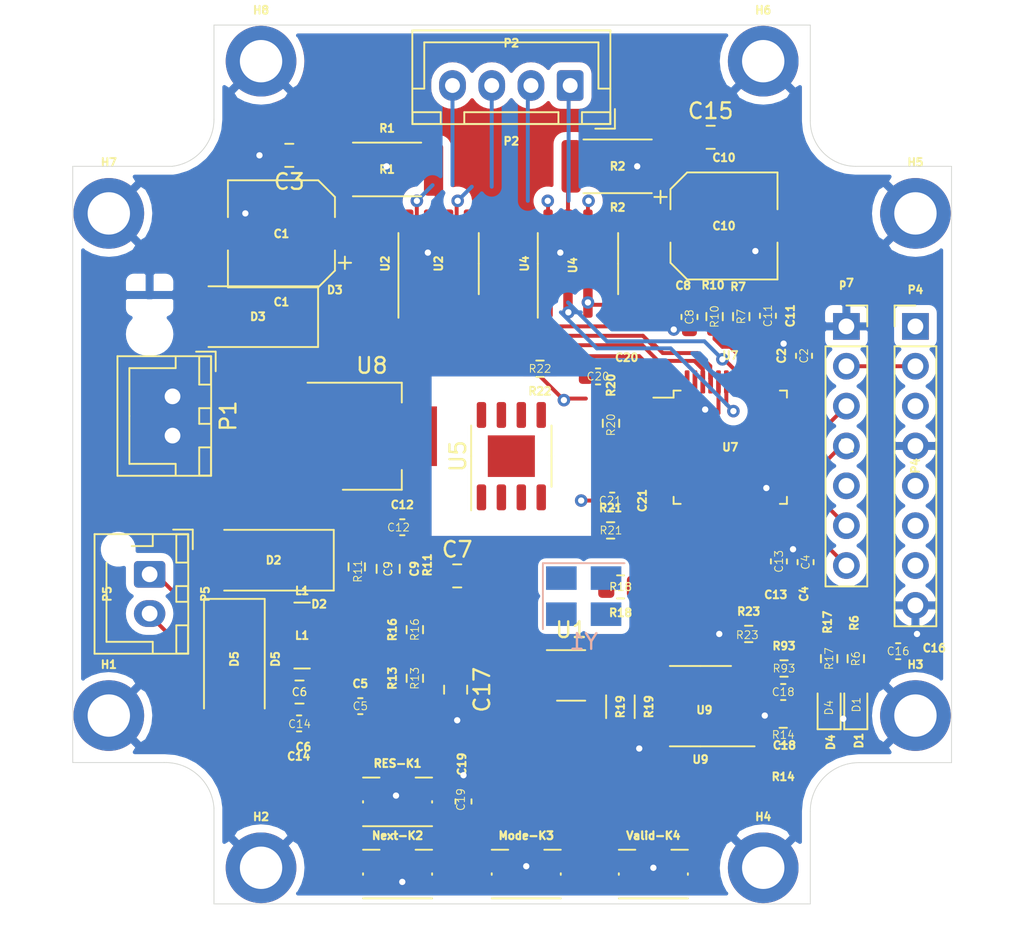
<source format=kicad_pcb>
(kicad_pcb (version 20211014) (generator pcbnew)
  (layers (0 "F.Cu" signal) (31 "B.Cu" signal) (34 "B.Paste" user) (35 "F.Paste" user) (36 "B.SilkS" user "B.Silkscreen") (37 "F.SilkS" user "F.Silkscreen") (38 "B.Mask" user) (39 "F.Mask" user) (44 "Edge.Cuts" user))
  (net 0 "")
  (net 1 "VSS")
  (net 2 "Net-(C1-Pad1)")
  (net 3 "VDD")
  (net 4 "+5V")
  (net 5 "Net-(C5-Pad1)")
  (net 6 "Net-(C14-Pad2)")
  (net 7 "Net-(C7-Pad1)")
  (net 8 "motordriverU4#PWM")
  (net 9 "Net-(C12-Pad2)")
  (net 10 "Net-(C12-Pad1)")
  (net 11 "motordriverU2#PWM")
  (net 12 "CAN_EN")
  (net 13 "5V")
  (net 14 "Net-(C19-Pad1)")
  (net 15 "Net-(C20-Pad1)")
  (net 16 "Net-(C21-Pad1)")
  (net 17 "power")
  (net 18 "VMOT")
  (net 19 "Net-(D5-Pad1)")
  (net 20 "Net-(L1-Pad2)")
  (net 21 "Net-(Mode-K3-Pad2)")
  (net 22 "Net-(Next-K2-Pad1)")
  (net 23 "Net-(P2-Pad4)")
  (net 24 "Net-(P2-Pad3)")
  (net 25 "Net-(P2-Pad2)")
  (net 26 "Net-(P2-Pad1)")
  (net 27 "TX1")
  (net 28 "RX1")
  (net 29 "SWDIO")
  (net 30 "SWCLK")
  (net 31 "Net-(P5-Pad2)")
  (net 32 "Net-(P5-Pad1)")
  (net 33 "OLED_CS")
  (net 34 "OLED_DC")
  (net 35 "OLED_RST")
  (net 36 "OLED_D1")
  (net 37 "OLED_D0")
  (net 38 "Net-(R1-Pad2)")
  (net 39 "Net-(R2-Pad2)")
  (net 40 "Net-(R7-Pad2)")
  (net 41 "Net-(R10-Pad1)")
  (net 42 "Net-(R11-Pad1)")
  (net 43 "Net-(R13-Pad2)")
  (net 44 "CAN_TX")
  (net 45 "Net-(R17-Pad2)")
  (net 46 "Net-(R18-Pad2)")
  (net 47 "TLE_D")
  (net 48 "Net-(R22-Pad1)")
  (net 49 "CAN_RX")
  (net 50 "Net-(R93-Pad1)")
  (net 51 "motordriverU2#3")
  (net 52 "motordriverU2#2")
  (net 53 "motordriverU4#3")
  (net 54 "motordriverU4#2")
  (net 55 "Net-(U7-Pad19)")
  (net 56 "TLE_sck")
  (net 57 "TLE_CSQ")
  (net 58 "VSSA")
  (net 59 "Net-(U7-Pad4)")
  (net 60 "Net-(U7-Pad3)")
  (net 61 "Net-(U9-Pad5)")
  (net 62 "Net-(U5-Pad8)")
  (net 63 "Net-(U5-Pad5)")
  (net 64 "Net-(U5-Pad1)")
  (net 65 "Net-(U7-Pad12)")
  (net 66 "Net-(U7-Pad11)")
  (net 67 "Net-(U7-Pad10)")
  (net 68 "Net-(U7-Pad39)")
  (net 69 "Net-(U7-Pad38)")
  (net 70 "Net-(U7-Pad22)")
  (net 71 "Net-(U7-Pad21)")
  (net 72 "Net-(D4-Pad2)")
  (footprint "Capacitor_SMD:CP_Elec_6.3x7.7" (layer "F.Cu") (at 93.3 63.3 180)
    (fp_text reference "C1")
    (fp_text value "100 35V VT")
  )
  (footprint "Capacitor_SMD:C_0603_1608Metric" (layer "F.Cu") (at 126.6 71.075 90)
    (fp_text reference "C2")
    (fp_text value "C")
  )
  (footprint "Capacitor_SMD:C_0805_2012Metric" (layer "F.Cu") (at 93.8 58.3 180)
    (fp_text reference "C3")
    (fp_text value "0.22uF")
  )
  (footprint "Capacitor_SMD:C_0603_1608Metric" (layer "F.Cu") (at 126.7 84.225 90)
    (fp_text reference "C4")
    (fp_text value "C")
  )
  (footprint "Capacitor_SMD:C_0603_1608Metric" (layer "F.Cu") (at 98.325 93.4)
    (fp_text reference "C5")
    (fp_text value "C")
  )
  (footprint "Capacitor_SMD:C_0805_2012Metric" (layer "F.Cu") (at 94.45 92.5 180)
    (fp_text reference "C6")
    (fp_text value "C")
  )
  (footprint "Capacitor_SMD:C_0805_2012Metric" (layer "F.Cu") (at 104.5 85.1)
    (fp_text reference "C7")
    (fp_text value "C")
  )
  (footprint "Capacitor_SMD:C_0805_2012Metric" (layer "F.Cu") (at 100.1 84.65 -90)
    (fp_text reference "C9")
    (fp_text value "C")
  )
  (footprint "Capacitor_SMD:CP_Elec_6.3x7.7" (layer "F.Cu") (at 121.5 62.8)
    (fp_text reference "C10")
    (fp_text value "100 35V VT")
  )
  (footprint "Capacitor_SMD:C_0603_1608Metric" (layer "F.Cu") (at 124.3 68.525 -90)
    (fp_text reference "C11")
    (fp_text value "C")
  )
  (footprint "Capacitor_SMD:C_0603_1608Metric" (layer "F.Cu") (at 101 82)
    (fp_text reference "C12")
    (fp_text value "C")
  )
  (footprint "Capacitor_SMD:C_0603_1608Metric" (layer "F.Cu") (at 125 84.175 90)
    (fp_text reference "C13")
    (fp_text value "C")
  )
  (footprint "Capacitor_SMD:C_0603_1608Metric" (layer "F.Cu") (at 94.425 94.5 180)
    (fp_text reference "C14")
    (fp_text value "C")
  )
  (footprint "Capacitor_SMD:C_0603_1608Metric" (layer "F.Cu") (at 132.6 89.9)
    (fp_text reference "C16")
    (fp_text value "C")
  )
  (footprint "Capacitor_SMD:C_0805_2012Metric" (layer "F.Cu") (at 104.4 92.35 -90)
    (fp_text reference "C17")
    (fp_text value "C")
  )
  (footprint "Capacitor_SMD:C_0603_1608Metric" (layer "F.Cu") (at 125.275 92.5)
    (fp_text reference "C18")
    (fp_text value "C")
  )
  (footprint "Capacitor_SMD:C_0603_1608Metric" (layer "F.Cu") (at 104.9 99.475 90)
    (fp_text reference "C19")
    (fp_text value "100nF")
  )
  (footprint "Capacitor_SMD:C_0603_1608Metric" (layer "F.Cu") (at 113.475 72.39 180)
    (fp_text reference "C20")
    (fp_text value "C")
  )
  (footprint "Capacitor_SMD:C_0603_1608Metric" (layer "F.Cu") (at 114.375 80.3 180)
    (fp_text reference "C21")
    (fp_text value "C")
  )
  (footprint "LED_SMD:LED_0603_1608Metric" (layer "F.Cu") (at 129.9 93.3875 90)
    (fp_text reference "D1")
    (fp_text value "LED")
  )
  (footprint "Diode_SMD:D_2512_6332Metric" (layer "F.Cu") (at 92.8 84.1 180)
    (fp_text reference "D2")
    (fp_text value "D")
  )
  (footprint "Diode_SMD:D_2512_6332Metric" (layer "F.Cu") (at 91.8 68.58 180)
    (fp_text reference "D3")
    (fp_text value "D")
  )
  (footprint "LED_SMD:LED_0603_1608Metric" (layer "F.Cu") (at 128.2 93.3875 90)
    (fp_text reference "D4")
    (fp_text value "LED")
  )
  (footprint "Diode_SMD:D_2512_6332Metric" (layer "F.Cu") (at 90.3 90.4 -90)
    (fp_text reference "D5")
    (fp_text value "D")
  )
  (footprint "Inductor_SMD:L_Wuerth_MAPI-4030" (layer "F.Cu") (at 94.615 88.9)
    (fp_text reference "L1")
    (fp_text value "22uH")
  )
  (footprint "Button_Switch_SMD:SW_Push_1P1T-SH_NO_CK_KMR2xxG" (layer "F.Cu") (at 108.9 104.1)
    (fp_text reference "Mode-K3")
    (fp_text value "SW_Push")
  )
  (footprint "Button_Switch_SMD:SW_Push_1P1T-SH_NO_CK_KMR2xxG" (layer "F.Cu") (at 100.7 104.1)
    (fp_text reference "Next-K2")
    (fp_text value "SW_Push")
  )
  (footprint "Connector_JST:JST_XH_B2B-XH-A_1x02_P2.50mm_Vertical" (layer "F.Cu") (at 86.36 73.66 -90)
    (fp_text reference "P1")
    (fp_text value "Conn_01x06")
  )
  (footprint "Connector_PinSocket_2.54mm:PinSocket_1x07_P2.54mm_Vertical" (layer "F.Cu") (at 129.3 69.2)
    (fp_text reference "p7")
    (fp_text value "Conn_01x08")
  )
  (footprint "Resistor_SMD:R_2512_6332Metric" (layer "F.Cu") (at 100.03 59.2)
    (fp_text reference "R1")
    (fp_text value "0.1R")
  )
  (footprint "Resistor_SMD:R_0603_1608Metric" (layer "F.Cu") (at 129.9 90.375 90)
    (fp_text reference "R6")
    (fp_text value "?R")
  )
  (footprint "Resistor_SMD:R_0603_1608Metric" (layer "F.Cu") (at 122.6 68.575 -90)
    (fp_text reference "R7")
    (fp_text value "?R")
  )
  (footprint "Resistor_SMD:R_0603_1608Metric" (layer "F.Cu") (at 120.9 68.575 90)
    (fp_text reference "R10")
    (fp_text value "?R")
  )
  (footprint "Resistor_SMD:R_0603_1608Metric" (layer "F.Cu") (at 98.1 84.525 90)
    (fp_text reference "R11")
    (fp_text value "?R")
  )
  (footprint "Resistor_SMD:R_0603_1608Metric" (layer "F.Cu") (at 101.8 91.625 90)
    (fp_text reference "R13")
    (fp_text value "?R")
  )
  (footprint "Resistor_SMD:R_0603_1608Metric" (layer "F.Cu") (at 125.275 95.3 180)
    (fp_text reference "R14")
    (fp_text value "?R")
  )
  (footprint "Resistor_SMD:R_0603_1608Metric" (layer "F.Cu") (at 101.8 88.525 90)
    (fp_text reference "R16")
    (fp_text value "?R")
  )
  (footprint "Resistor_SMD:R_0603_1608Metric" (layer "F.Cu") (at 128.2 90.375 90)
    (fp_text reference "R17")
    (fp_text value "?R")
  )
  (footprint "Resistor_SMD:R_0805_2012Metric" (layer "F.Cu") (at 114.9125 85.8 180)
    (fp_text reference "R18")
    (fp_text value "?R")
  )
  (footprint "Resistor_SMD:R_1206_3216Metric" (layer "F.Cu") (at 114.9 93.4375 -90)
    (fp_text reference "R19")
    (fp_text value "?R")
  )
  (footprint "Resistor_SMD:R_0603_1608Metric" (layer "F.Cu") (at 114.3 75.375 90)
    (fp_text reference "R20")
    (fp_text value "1kR")
  )
  (footprint "Resistor_SMD:R_0603_1608Metric" (layer "F.Cu") (at 114.275 82.2)
    (fp_text reference "R21")
    (fp_text value "?R")
  )
  (footprint "Resistor_SMD:R_0603_1608Metric" (layer "F.Cu") (at 109.775 71.9 180)
    (fp_text reference "R22")
    (fp_text value "10k")
  )
  (footprint "Resistor_SMD:R_0603_1608Metric" (layer "F.Cu") (at 123.075 88.8)
    (fp_text reference "R23")
    (fp_text value "?R")
  )
  (footprint "Resistor_SMD:R_0603_1608Metric" (layer "F.Cu") (at 125.325 91)
    (fp_text reference "R93")
    (fp_text value "1kR")
  )
  (footprint "Package_SO:SOIC-8-1EP_3.9x4.9mm_P1.27mm_EP2.41x3.3mm" (layer "F.Cu") (at 112.195 65.2 90)
    (fp_text reference "U4")
    (fp_text value "A4950E")
  )
  (footprint "Package_QFP:LQFP-48_7x7mm_P0.5mm" (layer "F.Cu") (at 121.9 76.9)
    (fp_text reference "U7")
    (fp_text value "STM32F103CBTx")
  )
  (footprint "Package_SO:SO-8_3.9x4.9mm_P1.27mm" (layer "F.Cu") (at 120 93.4 180)
    (fp_text reference "U9")
    (fp_text value "PCA82C251")
  )
  (footprint "Button_Switch_SMD:SW_Push_1P1T-SH_NO_CK_KMR2xxG" (layer "F.Cu") (at 117 104.1)
    (fp_text reference "Valid-K4")
    (fp_text value "SW_Push")
  )
  (footprint "MountingHole:MountingHole_2.7mm_M2.5_ISO14580_Pad_TopBottom" (layer "F.Cu") (at 82.3 94)
    (fp_text reference "H1")
    (fp_text value "MountingHole_Pad")
  )
  (footprint "MountingHole:MountingHole_2.7mm_M2.5_ISO14580_Pad_TopBottom" (layer "F.Cu") (at 92 103.7)
    (fp_text reference "H2")
    (fp_text value "MountingHole_Pad")
  )
  (footprint "MountingHole:MountingHole_2.7mm_M2.5_ISO14580_Pad_TopBottom" (layer "F.Cu") (at 133.7 94)
    (fp_text reference "H3")
    (fp_text value "MountingHole_Pad")
  )
  (footprint "MountingHole:MountingHole_2.7mm_M2.5_ISO14580_Pad_TopBottom" (layer "F.Cu") (at 124 103.7)
    (fp_text reference "H4")
    (fp_text value "MountingHole_Pad")
  )
  (footprint "MountingHole:MountingHole_2.7mm_M2.5_ISO14580_Pad_TopBottom" (layer "F.Cu") (at 133.7 62)
    (fp_text reference "H5")
    (fp_text value "MountingHole_Pad")
  )
  (footprint "MountingHole:MountingHole_2.7mm_M2.5_ISO14580_Pad_TopBottom" (layer "F.Cu") (at 124 52.3)
    (fp_text reference "H6")
    (fp_text value "MountingHole_Pad")
  )
  (footprint "MountingHole:MountingHole_2.7mm_M2.5_ISO14580_Pad_TopBottom" (layer "F.Cu") (at 82.3 62)
    (fp_text reference "H7")
    (fp_text value "MountingHole_Pad")
  )
  (footprint "MountingHole:MountingHole_2.7mm_M2.5_ISO14580_Pad_TopBottom" (layer "F.Cu") (at 92 52.3)
    (fp_text reference "H8")
    (fp_text value "MountingHole_Pad")
  )
  (footprint "Connector_PinHeader_2.54mm:PinHeader_1x08_P2.54mm_Vertical" (layer "F.Cu") (at 133.7 69.2)
    (fp_text reference "P4")
    (fp_text value "Conn_01x08")
  )
  (footprint "Connector_JST:JST_XH_B4B-XH-A_1x04_P2.50mm_Vertical" (layer "F.Cu") (at 111.7 53.85 180)
    (fp_text reference "P2")
    (fp_text value "Conn_01x04")
  )
  (footprint "Connector_JST:JST_XH_B2B-XH-AM_1x02_P2.50mm_Vertical" (layer "F.Cu") (at 84.9 85 -90)
    (fp_text reference "P5")
    (fp_text value "Conn_01x02")
  )
  (footprint "Button_Switch_SMD:SW_Push_1P1T-SH_NO_CK_KMR2xxG" (layer "F.Cu") (at 100.7 99.5)
    (fp_text reference "RES-K1")
    (fp_text value "SW_Push")
  )
  (footprint "Capacitor_SMD:C_0603_1608Metric" (layer "F.Cu") (at 119.3 68.6 -90)
    (fp_text reference "C8")
    (fp_text value "C")
  )
  (footprint "Package_SO:Infineon_PG-DSO-8-27_3.9x4.9mm_EP2.65x3mm" (layer "F.Cu") (at 107.95 77.47 90)
    (fp_text reference "U5")
    (fp_text value "TLE5012B")
  )
  (footprint "Package_TO_SOT_SMD:SOT-23-6" (layer "F.Cu") (at 111.76 91.44)
    (fp_text reference "U1")
    (fp_text value "AOZ1282CI")
  )
  (footprint "Package_TO_SOT_SMD:SOT-223" (layer "F.Cu") (at 99.06 76.2)
    (fp_text reference "U8")
    (fp_text value "LD1117S33CTR")
  )
  (footprint "Capacitor_SMD:C_0805_2012Metric" (layer "F.Cu") (at 120.65 57.15)
    (fp_text reference "C15")
    (fp_text value "0.22uF")
  )
  (footprint "Package_SO:SOIC-8-1EP_3.9x4.9mm_P1.27mm_EP2.41x3.3mm" (layer "F.Cu") (at 103.315 65.2 90)
    (fp_text reference "U2")
    (fp_text value "A4950E")
  )
  (footprint "Resistor_SMD:R_2512_6332Metric" (layer "F.Cu") (at 114.7225 59 180)
    (fp_text reference "R2")
    (fp_text value "0.1R")
  )
  (footprint "Crystal:Crystal_SMD_EuroQuartz_MT-4Pin_3.2x2.5mm_HandSoldering" (layer "B.Cu") (at 112.56 86.39)
    (fp_text reference "Y1")
    (fp_text value "Crystal")
  )
  (gr_line (start 136 59) (end 136 97) (layer "Edge.Cuts") (width 0.05))
  (gr_line (start 80.000094 96.994132) (end 80 59) (layer "Edge.Cuts") (width 0.05))
  (gr_line (start 136 97) (end 130.1 97) (layer "Edge.Cuts") (width 0.05))
  (gr_line (start 80 59) (end 86.338478 59) (layer "Edge.Cuts") (width 0.05))
  (gr_line (start 89 50) (end 127 50) (layer "Edge.Cuts") (width 0.05))
  (gr_line (start 127 100.1) (end 127 106) (layer "Edge.Cuts") (width 0.05))
  (gr_arc (start 89 56) (mid 88.238715 58.005225) (end 86.338478 59) (layer "Edge.Cuts") (width 0.05))
  (gr_arc (start 85.840132 96.994132) (mid 88.002764 97.813434) (end 89 99.9) (layer "Edge.Cuts") (width 0.05))
  (gr_arc (start 127 100.1) (mid 127.907969 97.907969) (end 130.1 97) (layer "Edge.Cuts") (width 0.05))
  (gr_line (start 127 106) (end 89 106) (layer "Edge.Cuts") (width 0.05))
  (gr_line (start 85.840132 96.994132) (end 80.000094 96.994132) (layer "Edge.Cuts") (width 0.05))
  (gr_line (start 89 106) (end 89 99.9) (layer "Edge.Cuts") (width 0.05))
  (gr_line (start 129.9 59) (end 136 59) (layer "Edge.Cuts") (width 0.05))
  (gr_line (start 127 50) (end 127 56.1) (layer "Edge.Cuts") (width 0.05))
  (gr_arc (start 129.9 59) (mid 127.84939 58.15061) (end 127 56.1) (layer "Edge.Cuts") (width 0.05))
  (gr_line (start 89 56) (end 89 50) (layer "Edge.Cuts") (width 0.05))
  (segment (start 101.925 67.675) (end 101.925 67.105) (width 0.25) (layer "F.Cu") (net 1))
  (segment (start 103.83 65.2) (end 103.33 65.2) (width 0.25) (layer "F.Cu") (net 1))
  (segment (start 101.925 67.105) (end 103.83 65.2) (width 0.25) (layer "F.Cu") (net 1))
  (segment (start 103.33 65.2) (end 102.63 64.5) (width 0.25) (layer "F.Cu") (net 1))
  (segment (start 119.65 72.7375) (end 119.65 73.85) (width 0.25) (layer "F.Cu") (net 1))
  (segment (start 101.6 99) (end 101.9 98.7) (width 0.25) (layer "F.Cu") (net 1))
  (segment (start 99.7 104.6) (end 101 104.6) (width 0.25) (layer "F.Cu") (net 1))
  (segment (start 114.95 103.3) (end 115.8 103.3) (width 0.25) (layer "F.Cu") (net 1))
  (segment (start 129.9 94.175) (end 129.125 94.175) (width 0.25) (layer "F.Cu") (net 1))
  (segment (start 109.3 71.9) (end 111.3 73.9) (width 0.25) (layer "F.Cu") (net 1))
  (segment (start 117.9 103.7) (end 118.3 103.3) (width 0.25) (layer "F.Cu") (net 1))
  (segment (start 125.3 70.3) (end 124.3 69.3) (width 0.25) (layer "F.Cu") (net 1))
  (segment (start 109 103.6) (end 108 103.6) (width 0.25) (layer "F.Cu") (net 1))
  (segment (start 111.5 73.8) (end 111.4 73.8) (width 0.25) (layer "F.Cu") (net 1))
  (segment (start 110.1 103.3) (end 109.8 103.6) (width 0.25) (layer "F.Cu") (net 1))
  (segment (start 128.2 94.175) (end 129.075 94.175) (width 0.25) (layer "F.Cu") (net 1))
  (segment (start 98.3375 59.2) (end 99.8 59.2) (width 0.25) (layer "F.Cu") (net 1))
  (segment (start 107.7 103.3) (end 106.85 103.3) (width 0.25) (layer "F.Cu") (net 1))
  (segment (start 98.65 104.9) (end 99.4 104.9) (width 0.25) (layer "F.Cu") (net 1))
  (segment (start 115.8 103.3) (end 116.2 103.7) (width 0.25) (layer "F.Cu") (net 1))
  (segment (start 125.95 83.45) (end 125.9 83.4) (width 0.25) (layer "F.Cu") (net 1))
  (segment (start 110.95 103.3) (end 110.1 103.3) (width 0.25) (layer "F.Cu") (net 1))
  (segment (start 118.325 69.375) (end 118.3 69.4) (width 0.25) (layer "F.Cu") (net 1))
  (segment (start 90.6 62.4) (end 91 62) (width 0.25) (layer "F.Cu") (net 1))
  (segment (start 100.5 99) (end 100.6 99.1) (width 0.25) (layer "F.Cu") (net 1))
  (segment (start 122.25 88.8) (end 121.2 88.8) (width 0.25) (layer "F.Cu") (net 1))
  (segment (start 112.7 73.8) (end 111.5 73.8) (width 0.25) (layer "F.Cu") (net 1))
  (segment (start 99.2 98.7) (end 99.5 99) (width 0.25) (layer "F.Cu") (net 1))
  (segment (start 125 83.4) (end 125.9 83.4) (width 0.25) (layer "F.Cu") (net 1))
  (segment (start 133.375 89.9) (end 133.375 89.225) (width 0.25) (layer "F.Cu") (net 1))
  (segment (start 108.95 71.9) (end 109.3 71.9) (width 0.25) (layer "F.Cu") (net 1))
  (segment (start 116.2 103.7) (end 117 103.7) (width 0.25) (layer "F.Cu") (net 1))
  (segment (start 101 104.6) (end 102.45 104.6) (width 0.25) (layer "F.Cu") (net 1))
  (segment (start 111.77 65.2) (end 111.07 64.5) (width 0.25) (layer "F.Cu") (net 1))
  (segment (start 104.4 93.3) (end 104.4 94.2) (width 0.25) (layer "F.Cu") (net 1))
  (segment (start 124.15 79.55) (end 124.2 79.5) (width 0.25) (layer "F.Cu") (net 1))
  (segment (start 99.8 59.2) (end 100 59) (width 0.25) (layer "F.Cu") (net 1))
  (segment (start 124.065 94.035) (end 124.1 94) (width 0.25) (layer "F.Cu") (net 1))
  (segment (start 99.4 104.9) (end 99.7 104.6) (width 0.25) (layer "F.Cu") (net 1))
  (segment (start 110.29 67.105) (end 112.195 65.2) (width 0.25) (layer "F.Cu") (net 1))
  (segment (start 119.65 73.85) (end 120.3 74.5) (width 0.25) (layer "F.Cu") (net 1))
  (segment (start 113.6 80.3) (end 112.4 80.3) (width 0.25) (layer "F.Cu") (net 1))
  (segment (start 118.3 103.3) (end 119.05 103.3) (width 0.25) (layer "F.Cu") (net 1))
  (segment (start 116.2 59) (end 114.7 59) (width 0.25) (layer "F.Cu") (net 1))
  (segment (start 111.4 73.8) (end 111.3 73.9) (width 0.25) (layer "F.Cu") (net 1))
  (segment (start 102.75 98.7) (end 104.9 98.7) (width 0.25) (layer "F.Cu") (net 1))
  (segment (start 92.85 58.3) (end 91.9 58.3) (width 0.25) (layer "F.Cu") (net 1))
  (segment (start 108 103.6) (end 107.7 103.3) (width 0.25) (layer "F.Cu") (net 1))
  (segment (start 98.65 98.7) (end 99.2 98.7) (width 0.25) (layer "F.Cu") (net 1))
  (segment (start 104.9 98.7) (end 104.9 97.8) (width 0.25) (layer "F.Cu") (net 1))
  (segment (start 129.125 94.175) (end 129.1 94.2) (width 0.25) (layer "F.Cu") (net 1))
  (segment (start 133.375 89.225) (end 133.8 88.8) (width 0.25) (layer "F.Cu") (net 1))
  (segment (start 100.5 99) (end 101.6 99) (width 0.25) (layer "F.Cu") (net 1))
  (segment (start 93.1 58.4) (end 93.2 58.3) (width 0.25) (layer "F.Cu") (net 1))
  (segment (start 117.425 95.305) (end 116.895 95.305) (width 0.25) (layer "F.Cu") (net 1))
  (segment (start 109 103.6) (end 108.9 103.6) (width 0.25) (layer "F.Cu") (net 1))
  (segment (start 119.3 69.375) (end 118.325 69.375) (width 0.25) (layer "F.Cu") (net 1))
  (segment (start 117 103.7) (end 117.9 103.7) (width 0.25) (layer "F.Cu") (net 1))
  (segment (start 109.8 103.6) (end 109 103.6) (width 0.25) (layer "F.Cu") (net 1))
  (segment (start 101.9 98.7) (end 102.75 98.7) (width 0.25) (layer "F.Cu") (net 1))
  (segment (start 110.29 67.675) (end 110.29 67.105) (width 0.25) (layer "F.Cu") (net 1))
  (segment (start 126.6 70.3) (end 125.3 70.3) (width 0.25) (layer "F.Cu") (net 1))
  (segment (start 99.5 99) (end 100.5 99) (width 0.25) (layer "F.Cu") (net 1))
  (segment (start 126.7 83.45) (end 125.95 83.45) (width 0.25) (layer "F.Cu") (net 1))
  (segment (start 112.195 65.2) (end 111.77 65.2) (width 0.25) (layer "F.Cu") (net 1))
  (segment (start 104.4 94.2) (end 104.5 94.3) (width 0.25) (layer "F.Cu") (net 1))
  (segment (start 124.2 63.7) (end 123.5 64.4) (width 0.25) (layer "F.Cu") (net 1))
  (segment (start 122.575 94.035) (end 124.065 94.035) (width 0.25) (layer "F.Cu") (net 1))
  (segment (start 124.2 62.8) (end 124.2 63.7) (width 0.25) (layer "F.Cu") (net 1))
  (segment (start 129.075 94.175) (end 129.1 94.2) (width 0.25) (layer "F.Cu") (net 1))
  (segment (start 102.45 104.6) (end 102.75 104.9) (width 0.25) (layer "F.Cu") (net 1))
  (segment (start 124.15 81.0625) (end 124.15 79.55) (width 0.25) (layer "F.Cu") (net 1))
  (segment (start 116.895 95.305) (end 116.1 96.1) (width 0.25) (layer "F.Cu") (net 1))
  (segment (start 90.6 63.3) (end 90.6 62.4) (width 0.25) (layer "F.Cu") (net 1))
  (via (at 102.63 64.5) (size 0.8) (drill 0.4) (layers "F.Cu" "B.Cu") (net 1))
  (via (at 125.3 70.3) (size 0.8) (drill 0.4) (layers "F.Cu" "B.Cu") (net 1))
  (via (at 129.1 94.2) (size 0.8) (drill 0.4) (layers "F.Cu" "B.Cu") (net 1))
  (via (at 121.2 88.8) (size 0.8) (drill 0.4) (layers "F.Cu" "B.Cu") (net 1))
  (via (at 104.9 97.8) (size 0.8) (drill 0.4) (layers "F.Cu" "B.Cu") (net 1))
  (via (at 125.9 83.4) (size 0.8) (drill 0.4) (layers "F.Cu" "B.Cu") (net 1))
  (via (at 124.2 79.5) (size 0.8) (drill 0.4) (layers "F.Cu" "B.Cu") (net 1))
  (via (at 123.5 64.4) (size 0.8) (drill 0.4) (layers "F.Cu" "B.Cu") (net 1))
  (via (at 115.97 59) (size 0.8) (drill 0.4) (layers "F.Cu" "B.Cu") (net 1))
  (via (at 91 62) (size 0.8) (drill 0.4) (layers "F.Cu" "B.Cu") (net 1))
  (via (at 116.1 96.1) (size 0.8) (drill 0.4) (layers "F.Cu" "B.Cu") (net 1))
  (via (at 118.3 69.4) (size 0.8) (drill 0.4) (layers "F.Cu" "B.Cu") (net 1))
  (via (at 104.5 94.3) (size 0.8) (drill 0.4) (layers "F.Cu" "B.Cu") (net 1))
  (via (at 112.4 80.3) (size 0.8) (drill 0.4) (layers "F.Cu" "B.Cu") (net 1))
  (via (at 111.3 73.9) (size 0.8) (drill 0.4) (layers "F.Cu" "B.Cu") (net 1))
  (via (at 100.6 99.1) (size 0.8) (drill 0.4) (layers "F.Cu" "B.Cu") (net 1))
  (via (at 101 104.6) (size 0.8) (drill 0.4) (layers "F.Cu" "B.Cu") (net 1))
  (via (at 91.9 58.3) (size 0.8) (drill 0.4) (layers "F.Cu" "B.Cu") (net 1))
  (via (at 124.1 94) (size 0.8) (drill 0.4) (layers "F.Cu" "B.Cu") (net 1))
  (via (at 117 103.7) (size 0.8) (drill 0.4) (layers "F.Cu" "B.Cu") (net 1))
  (via (at 111.07 64.5) (size 0.8) (drill 0.4) (layers "F.Cu" "B.Cu") (net 1))
  (via (at 100 59) (size 0.8) (drill 0.4) (layers "F.Cu" "B.Cu") (net 1))
  (via (at 108.9 103.6) (size 0.8) (drill 0.4) (layers "F.Cu" "B.Cu") (net 1))
  (via (at 120.3 74.5) (size 0.8) (drill 0.4) (layers "F.Cu" "B.Cu") (net 1))
  (via (at 133.8 88.8) (size 0.8) (drill 0.4) (layers "F.Cu" "B.Cu") (net 1))
  (segment (start 128.1 86.7) (end 127.3 86.7) (width 0.25) (layer "F.Cu") (net 3))
  (segment (start 129.9 88.5) (end 128.1 86.7) (width 0.25) (layer "F.Cu") (net 3))
  (segment (start 127.3 86.7) (end 126.7 86.1) (width 0.25) (layer "F.Cu") (net 3))
  (segment (start 125.05 85) (end 125 84.95) (width 0.25) (layer "F.Cu") (net 3))
  (segment (start 129.9 89.55) (end 129.9 88.5) (width 0.25) (layer "F.Cu") (net 3))
  (segment (start 131.825 89.9) (end 130.25 89.9) (width 0.25) (layer "F.Cu") (net 3))
  (segment (start 130.25 89.9) (end 129.9 89.55) (width 0.25) (layer "F.Cu") (net 3))
  (segment (start 126.7 86.1) (end 126.7 85) (width 0.25) (layer "F.Cu") (net 3))
  (segment (start 133.7 71.74) (end 129.3 71.74) (width 0.25) (layer "F.Cu") (net 3))
  (segment (start 126.7 85) (end 125.05 85) (width 0.25) (layer "F.Cu") (net 3))
  (segment (start 101.3 93.4) (end 99.1 93.4) (width 0.25) (layer "F.Cu") (net 4))
  (segment (start 101.8 92.45) (end 101.8 92.9) (width 0.25) (layer "F.Cu") (net 4))
  (segment (start 99.1 93.4) (end 98.1 92.4) (width 0.25) (layer "F.Cu") (net 4))
  (segment (start 101.8 92.45) (end 102.25 92.45) (width 0.25) (layer "F.Cu") (net 4))
  (segment (start 102.25 92.45) (end 103.3 91.4) (width 0.25) (layer "F.Cu") (net 4))
  (segment (start 95.2 92.7) (end 95.4 92.5) (width 0.25) (layer "F.Cu") (net 4))
  (segment (start 95.2 94.5) (end 95.2 92.7) (width 0.25) (layer "F.Cu") (net 4))
  (segment (start 103.3 91.4) (end 104.4 91.4) (width 0.25) (layer "F.Cu") (net 4))
  (segment (start 98 92.5) (end 95.4 92.5) (width 0.25) (layer "F.Cu") (net 4))
  (segment (start 98.1 92.4) (end 98 92.5) (width 0.25) (layer "F.Cu") (net 4))
  (segment (start 101.8 92.9) (end 101.3 93.4) (width 0.25) (layer "F.Cu") (net 4))
  (segment (start 93.65 92.65) (end 93.5 92.5) (width 0.25) (layer "F.Cu") (net 6))
  (segment (start 93.65 94.5) (end 93.65 92.65) (width 0.25) (layer "F.Cu") (net 6))
  (segment (start 90.3 93.3) (end 92.7 93.3) (width 0.25) (layer "F.Cu") (net 6))
  (segment (start 92.7 93.3) (end 93.5 92.5) (width 0.25) (layer "F.Cu") (net 6))
  (segment (start 101.8 86.85) (end 103.55 85.1) (width 0.25) (layer "F.Cu") (net 7))
  (segment (start 101.8 87.7) (end 101.8 86.85) (width 0.25) (layer "F.Cu") (net 7))
  (segment (start 119.375 67.75) (end 119.3 67.825) (width 0.25) (layer "F.Cu") (net 8))
  (segment (start 120.9 67.75) (end 119.375 67.75) (width 0.25) (layer "F.Cu") (net 8))
  (segment (start 119.3 67.825) (end 112.98 67.825) (width 0.25) (layer "F.Cu") (net 8))
  (segment (start 114.25 67.825) (end 114.1 67.675) (width 0.25) (layer "F.Cu") (net 8))
  (segment (start 101.775 82) (end 101.775 83.925) (width 0.25) (layer "F.Cu") (net 9))
  (segment (start 101.775 83.925) (end 100.1 85.6) (width 0.25) (layer "F.Cu") (net 9))
  (segment (start 98.1 83.7) (end 100.1 83.7) (width 0.25) (layer "F.Cu") (net 10))
  (segment (start 100.225 82) (end 100.225 83.575) (width 0.25) (layer "F.Cu") (net 10))
  (segment (start 97.7 84.1) (end 98.1 83.7) (width 0.25) (layer "F.Cu") (net 10))
  (segment (start 100.225 83.575) (end 100.1 83.7) (width 0.25) (layer "F.Cu") (net 10))
  (segment (start 95.7 84.1) (end 97.7 84.1) (width 0.25) (layer "F.Cu") (net 10))
  (segment (start 122.6 67.9) (end 121.9 68.6) (width 0.25) (layer "F.Cu") (net 11))
  (segment (start 106.745 69.2) (end 105.22 67.675) (width 0.25) (layer "F.Cu") (net 11))
  (segment (start 124.3 67.75) (end 122.6 67.75) (width 0.25) (layer "F.Cu") (net 11))
  (segment (start 122.6 67.75) (end 122.6 67.9) (width 0.25) (layer "F.Cu") (net 11))
  (segment (start 121.9 68.6) (end 114.6 68.6) (width 0.25) (layer "F.Cu") (net 11))
  (segment (start 106.935 69.2) (end 106.745 69.2) (width 0.25) (layer "F.Cu") (net 11))
  (segment (start 115.87 68.6) (end 115.27 69.2) (width 0.25) (layer "F.Cu") (net 11))
  (segment (start 115.27 69.2) (end 106.935 69.2) (width 0.25) (layer "F.Cu") (net 11))
  (segment (start 126.05 92.5) (end 126 92.5) (width 0.25) (layer "F.Cu") (net 12))
  (segment (start 125.4 90.3) (end 123.9 88.8) (width 0.25) (layer "F.Cu") (net 12))
  (segment (start 125.4 91.9) (end 125.4 90.3) (width 0.25) (layer "F.Cu") (net 12))
  (segment (start 126 92.5) (end 125.4 91.9) (width 0.25) (layer "F.Cu") (net 12))
  (segment (start 124.235 92.765) (end 124.5 92.5) (width 0.25) (layer "F.Cu") (net 13))
  (segment (start 122.575 92.765) (end 124.235 92.765) (width 0.25) (layer "F.Cu") (net 13))
  (segment (start 98.65 100.3) (end 102.75 100.3) (width 0.25) (layer "F.Cu") (net 14))
  (segment (start 104.85 100.3) (end 104.9 100.25) (width 0.25) (layer "F.Cu") (net 14))
  (segment (start 102.75 100.3) (end 104.85 100.3) (width 0.25) (layer "F.Cu") (net 14))
  (segment (start 106.6 100.25) (end 106.7 100.35) (width 0.25) (layer "F.Cu") (net 14))
  (segment (start 104.9 100.25) (end 106.6 100.25) (width 0.25) (layer "F.Cu") (net 14))
  (segment (start 115.8 75.4) (end 115.8 74.4) (width 0.25) (layer "F.Cu") (net 15))
  (segment (start 113.45 82.05) (end 114.375 81.125) (width 0.25) (layer "F.Cu") (net 15))
  (segment (start 113.45 82.2) (end 113.45 82.05) (width 0.25) (layer "F.Cu") (net 15))
  (segment (start 117.7375 76.15) (end 117.7375 76.1375) (width 0.25) (layer "F.Cu") (net 15))
  (segment (start 116.52501 76.12501) (end 115.8 75.4) (width 0.25) (layer "F.Cu") (net 15))
  (segment (start 115.57 73.66) (end 115.57 72.39) (width 0.25) (layer "F.Cu") (net 15))
  (segment (start 117.7375 76.1375) (end 117.72501 76.12501) (width 0.25) (layer "F.Cu") (net 15))
  (segment (start 116.07499 76.12501) (end 116.52501 76.12501) (width 0.25) (layer "F.Cu") (net 15))
  (segment (start 115.8 74.4) (end 115.57 73.66) (width 0.25) (layer "F.Cu") (net 15))
  (segment (start 114.375 77.825) (end 116.07499 76.12501) (width 0.25) (layer "F.Cu") (net 15))
  (segment (start 115.57 72.39) (end 114.25 72.39) (width 0.25) (layer "F.Cu") (net 15))
  (segment (start 114.375 81.125) (end 114.375 77.825) (width 0.25) (layer "F.Cu") (net 15))
  (segment (start 117.72501 76.12501) (end 116.52501 76.12501) (width 0.25) (layer "F.Cu") (net 15))
  (segment (start 115.1 82.2) (end 115.1 80.35) (width 0.25) (layer "F.Cu") (net 16))
  (segment (start 115.1 80.35) (end 115.15 80.3) (width 0.25) (layer "F.Cu") (net 16))
  (segment (start 115.15 77.95) (end 116.4 76.7) (width 0.25) (layer "F.Cu") (net 16))
  (segment (start 115.15 80.3) (end 115.15 77.95) (width 0.25) (layer "F.Cu") (net 16))
  (segment (start 116.9 76.7) (end 116.95 76.65) (width 0.25) (layer "F.Cu") (net 16))
  (segment (start 116.4 76.7) (end 116.9 76.7) (width 0.25) (layer "F.Cu") (net 16))
  (segment (start 116.95 76.65) (end 117.7375 76.65) (width 0.25) (layer "F.Cu") (net 16))
  (segment (start 129.9 92.6) (end 129.9 91.2) (width 0.25) (layer "F.Cu") (net 17))
  (segment (start 83.2 79.7) (end 82.1 78.6) (width 0.25) (layer "F.Cu") (net 18))
  (segment (start 82.1 78.6) (end 82.1 66.2) (width 0.25) (layer "F.Cu") (net 18))
  (segment (start 84.9 79.7) (end 85.5 79.7) (width 0.25) (layer "F.Cu") (net 18))
  (segment (start 84.9 79.7) (end 83.2 79.7) (width 0.25) (layer "F.Cu") (net 18))
  (segment (start 87.1 65.1) (end 89.6 67.6) (width 0.25) (layer "F.Cu") (net 18))
  (segment (start 82.1 66.2) (end 83.2 65.1) (width 0.25) (layer "F.Cu") (net 18))
  (segment (start 83.2 65.1) (end 87.1 65.1) (width 0.25) (layer "F.Cu") (net 18))
  (segment (start 85.5 79.7) (end 89.9 84.1) (width 0.25) (layer "F.Cu") (net 18))
  (segment (start 89.6 67.6) (end 89.6 69) (width 0.25) (layer "F.Cu") (net 18))
  (segment (start 92.03 87.5) (end 93.43 88.9) (width 0.25) (layer "F.Cu") (net 19))
  (segment (start 90.3 87.5) (end 92.03 87.5) (width 0.25) (layer "F.Cu") (net 19))
  (segment (start 119.6 95.7) (end 119.600009 95.700009) (width 0.25) (layer "F.Cu") (net 21))
  (segment (start 119.600009 96.249991) (end 110.95 104.9) (width 0.25) (layer "F.Cu") (net 21))
  (segment (start 121.65 81.865702) (end 119.6 83.915702) (width 0.25) (layer "F.Cu") (net 21))
  (segment (start 119.6 83.915702) (end 119.6 95.7) (width 0.25) (layer "F.Cu") (net 21))
  (segment (start 119.600009 95.700009) (end 119.600009 96.249991) (width 0.25) (layer "F.Cu") (net 21))
  (segment (start 106.85 104.9) (end 110.95 104.9) (width 0.25) (layer "F.Cu") (net 21))
  (segment (start 110.95 104.9) (end 111.2 104.9) (width 0.25) (layer "F.Cu") (net 21))
  (segment (start 121.65 81.0625) (end 121.65 81.865702) (width 0.25) (layer "F.Cu") (net 21))
  (segment (start 104.9 101.6) (end 113.5 101.6) (width 0.25) (layer "F.Cu") (net 22))
  (segment (start 119.15 95.95) (end 119.15 81.0625) (width 0.25) (layer "F.Cu") (net 22))
  (segment (start 113.5 101.6) (end 119.15 95.95) (width 0.25) (layer "F.Cu") (net 22))
  (segment (start 103.2 103.3) (end 104.9 101.6) (width 0.25) (layer "F.Cu") (net 22))
  (segment (start 98.65 103.3) (end 102.75 103.3) (width 0.25) (layer "F.Cu") (net 22))
  (segment (start 102.75 103.3) (end 103.2 103.3) (width 0.25) (layer "F.Cu") (net 22))
  (segment (start 101.925 62.725) (end 101.925 61.205) (width 0.25) (layer "F.Cu") (net 23))
  (segment (start 101.925 61.205) (end 101.93 61.2) (width 0.25) (layer "F.Cu") (net 23))
  (via (at 101.93 61.2) (size 0.8) (drill 0.4) (layers "F.Cu" "B.Cu") (net 23))
  (segment (start 101.93 61.2) (end 102.93 60.2) (width 0.25) (layer "B.Cu") (net 23))
  (segment (start 104.2 60.2) (end 104.2 53.85) (width 0.25) (layer "B.Cu") (net 23))
  (segment (start 104.465 62.725) (end 104.465 61.265) (width 0.25) (layer "F.Cu") (net 24))
  (segment (start 104.465 61.265) (end 104.53 61.2) (width 0.25) (layer "F.Cu") (net 24))
  (via (at 104.53 61.2) (size 0.8) (drill 0.4) (layers "F.Cu" "B.Cu") (net 24))
  (segment (start 104.53 61.2) (end 105.43 60.3) (width 0.25) (layer "B.Cu") (net 24))
  (segment (start 106.7 60.3) (end 106.7 53.85) (width 0.25) (layer "B.Cu") (net 24))
  (segment (start 110.29 61.22) (end 110.27 61.2) (width 0.25) (layer "F.Cu") (net 25))
  (segment (start 110.29 62.725) (end 110.29 61.22) (width 0.25) (layer "F.Cu") (net 25))
  (via (at 110.27 61.2) (size 0.8) (drill 0.4) (layers "F.Cu" "B.Cu") (net 25))
  (segment (start 109 54.05) (end 109.2 53.85) (width 0.25) (layer "B.Cu") (net 25))
  (segment (start 109 61.2) (end 109 54.05) (width 0.25) (layer "B.Cu") (net 25))
  (segment (start 112.83 62.725) (end 112.83 61.24) (width 0.25) (layer "F.Cu") (net 26))
  (segment (start 112.83 61.24) (end 112.87 61.2) (width 0.25) (layer "F.Cu") (net 26))
  (via (at 112.87 61.2) (size 0.8) (drill 0.4) (layers "F.Cu" "B.Cu") (net 26))
  (segment (start 111.6 61.2) (end 111.6 53.95) (width 0.25) (layer "B.Cu") (net 26))
  (segment (start 111.6 53.95) (end 111.7 53.85) (width 0.25) (layer "B.Cu") (net 26))
  (segment (start 88.6 96.9) (end 112.9 96.9) (width 0.25) (layer "F.Cu") (net 31))
  (segment (start 84.9 87.5) (end 84.9 87.6) (width 0.25) (layer "F.Cu") (net 31))
  (segment (start 84.9 87.6) (end 86.6 89.3) (width 0.25) (layer "F.Cu") (net 31))
  (segment (start 86.6 94.9) (end 88.6 96.9) (width 0.25) (layer "F.Cu") (net 31))
  (segment (start 115.765 94.035) (end 117.425 94.035) (width 0.25) (layer "F.Cu") (net 31))
  (segment (start 112.9 96.9) (end 114.9 94.9) (width 0.25) (layer "F.Cu") (net 31))
  (segment (start 86.6 89.3) (end 86.6 94.9) (width 0.25) (layer "F.Cu") (net 31))
  (segment (start 114.9 94.9) (end 115.765 94.035) (width 0.25) (layer "F.Cu") (net 31))
  (segment (start 111.075 95.8) (end 114.9 91.975) (width 0.25) (layer "F.Cu") (net 32))
  (segment (start 115.69 92.765) (end 117.425 92.765) (width 0.25) (layer "F.Cu") (net 32))
  (segment (start 114.9 91.975) (end 115.69 92.765) (width 0.25) (layer "F.Cu") (net 32))
  (segment (start 88.7 95.8) (end 111.075 95.8) (width 0.25) (layer "F.Cu") (net 32))
  (segment (start 87.6 94.7) (end 88.7 95.8) (width 0.25) (layer "F.Cu") (net 32))
  (segment (start 85.3 85) (end 87.6 87.3) (width 0.25) (layer "F.Cu") (net 32))
  (segment (start 87.6 87.3) (end 87.6 94.7) (width 0.25) (layer "F.Cu") (net 32))
  (segment (start 84.9 85) (end 85.3 85) (width 0.25) (layer "F.Cu") (net 32))
  (segment (start 126.0625 79.65) (end 127.9 81.4875) (width 0.25) (layer "F.Cu") (net 33))
  (segment (start 127.9 81.4875) (end 127.9 83.04) (width 0.25) (layer "F.Cu") (net 33))
  (segment (start 127.9 83.04) (end 129.3 84.44) (width 0.25) (layer "F.Cu") (net 33))
  (segment (start 126.25 79.15) (end 126.27499 79.17499) (width 0.25) (layer "F.Cu") (net 34))
  (segment (start 127.27499 79.17499) (end 127.6 79.5) (width 0.25) (layer "F.Cu") (net 34))
  (segment (start 127.6 80.2) (end 129.3 81.9) (width 0.25) (layer "F.Cu") (net 34))
  (segment (start 126.27499 79.17499) (end 127.27499 79.17499) (width 0.25) (layer "F.Cu") (net 34))
  (segment (start 126.0625 79.15) (end 126.25 79.15) (width 0.25) (layer "F.Cu") (net 34))
  (segment (start 127.6 79.5) (end 127.6 80.2) (width 0.25) (layer "F.Cu") (net 34))
  (segment (start 126.45 78.65) (end 126.47499 78.67499) (width 0.25) (layer "F.Cu") (net 36))
  (segment (start 126.47499 78.67499) (end 127.12501 78.67499) (width 0.25) (layer "F.Cu") (net 36))
  (segment (start 126.0625 78.65) (end 126.45 78.65) (width 0.25) (layer "F.Cu") (net 36))
  (segment (start 127.12501 78.67499) (end 128.98 76.82) (width 0.25) (layer "F.Cu") (net 36))
  (segment (start 128.98 76.82) (end 129.3 76.82) (width 0.25) (layer "F.Cu") (net 36))
  (segment (start 127.9 75.68) (end 129.3 74.28) (width 0.25) (layer "F.Cu") (net 37))
  (segment (start 126.0625 78.15) (end 126.865702 78.15) (width 0.25) (layer "F.Cu") (net 37))
  (segment (start 126.865702 78.15) (end 127.9 77.115702) (width 0.25) (layer "F.Cu") (net 37))
  (segment (start 127.9 77.115702) (end 127.9 75.68) (width 0.25) (layer "F.Cu") (net 37))
  (segment (start 103.195 62.725) (end 103.195 59.4025) (width 0.25) (layer "F.Cu") (net 38))
  (segment (start 103.195 59.4025) (end 102.9925 59.2) (width 0.25) (layer "F.Cu") (net 38))
  (segment (start 111.56 62.725) (end 111.56 59.015) (width 0.25) (layer "F.Cu") (net 39))
  (segment (start 111.56 59.015) (end 111.545 59) (width 0.25) (layer "F.Cu") (net 39))
  (segment (start 123.15 72.7375) (end 123.15 72.45) (width 0.25) (layer "F.Cu") (net 40))
  (segment (start 122.6 70.3) (end 122.6 69.4) (width 0.25) (layer "F.Cu") (net 40))
  (segment (start 123.17499 70.87499) (end 122.6 70.3) (width 0.25) (layer "F.Cu") (net 40))
  (segment (start 123.15 72.45) (end 123.17499 72.42501) (width 0.25) (layer "F.Cu") (net 40))
  (segment (start 123.17499 72.42501) (end 123.17499 70.87499) (width 0.25) (layer "F.Cu") (net 40))
  (segment (start 122.65 72.25) (end 122.62501 72.22501) (width 0.25) (layer "F.Cu") (net 41))
  (segment (start 121.9 70.5) (end 121.4 70.5) (width 0.25) (layer "F.Cu") (net 41))
  (segment (start 122.62501 71.22501) (end 121.9 70.5) (width 0.25) (layer "F.Cu") (net 41))
  (segment (start 122.62501 72.22501) (end 122.62501 71.22501) (width 0.25) (layer "F.Cu") (net 41))
  (segment (start 122.65 72.7375) (end 122.65 72.25) (width 0.25) (layer "F.Cu") (net 41))
  (segment (start 120.9 70) (end 120.9 69.4) (width 0.25) (layer "F.Cu") (net 41))
  (segment (start 121.4 70.5) (end 120.9 70) (width 0.25) (layer "F.Cu") (net 41))
  (segment (start 101.8 90.8) (end 101.8 89.35) (width 0.25) (layer "F.Cu") (net 43))
  (segment (start 124.445 95.305) (end 124.45 95.3) (width 0.25) (layer "F.Cu") (net 44))
  (segment (start 122.575 95.305) (end 124.445 95.305) (width 0.25) (layer "F.Cu") (net 44))
  (segment (start 119.951999 75.225001) (end 120.648001 75.225001) (width 0.25) (layer "F.Cu") (net 48))
  (segment (start 110.6 71.9) (end 111.40001 71.09999) (width 0.25) (layer "F.Cu") (net 48))
  (segment (start 121.15 74.723002) (end 121.15 72.7375) (width 0.25) (layer "F.Cu") (net 48))
  (segment (start 111.40001 71.09999) (end 116.09999 71.09999) (width 0.25) (layer "F.Cu") (net 48))
  (segment (start 119.574999 74.574999) (end 119.574999 74.848001) (width 0.25) (layer "F.Cu") (net 48))
  (segment (start 119.574999 74.848001) (end 119.951999 75.225001) (width 0.25) (layer "F.Cu") (net 48))
  (segment (start 120.648001 75.225001) (end 121.15 74.723002) (width 0.25) (layer "F.Cu") (net 48))
  (segment (start 116.09999 71.09999) (end 119.574999 74.574999) (width 0.25) (layer "F.Cu") (net 48))
  (segment (start 122.575 91.495) (end 124.005 91.495) (width 0.25) (layer "F.Cu") (net 50))
  (segment (start 124.005 91.495) (end 124.5 91) (width 0.25) (layer "F.Cu") (net 50))
  (segment (start 120.62501 71.72501) (end 119.8 70.9) (width 0.25) (layer "F.Cu") (net 51))
  (segment (start 120.65 72.55) (end 120.62501 72.52501) (width 0.25) (layer "F.Cu") (net 51))
  (segment (start 117.6 70.9) (end 117.1 70.4) (width 0.25) (layer "F.Cu") (net 51))
  (segment (start 117.1 70.4) (end 116.93641 70.4) (width 0.25) (layer "F.Cu") (net 51))
  (segment (start 116.33641 69.8) (end 105.41 69.8) (width 0.25) (layer "F.Cu") (net 51))
  (segment (start 119.8 70.9) (end 117.6 70.9) (width 0.25) (layer "F.Cu") (net 51))
  (segment (start 120.62501 72.52501) (end 120.62501 71.72501) (width 0.25) (layer "F.Cu") (net 51))
  (segment (start 105.41 69.8) (end 103.95 68.34) (width 0.25) (layer "F.Cu") (net 51))
  (segment (start 103.95 68.34) (end 103.95 67.675) (width 0.25) (layer "F.Cu") (net 51))
  (segment (start 120.65 72.7375) (end 120.65 72.55) (width 0.25) (layer "F.Cu") (net 51))
  (segment (start 116.93641 70.4) (end 116.33641 69.8) (width 0.25) (layer "F.Cu") (net 51))
  (segment (start 117.3 71.4) (end 119.615702 71.4) (width 0.25) (layer "F.Cu") (net 52))
  (segment (start 116.3 70.4) (end 117.3 71.4) (width 0.25) (layer "F.Cu") (net 52))
  (segment (start 102.68 67.675) (end 102.68 68.65) (width 0.25) (layer "F.Cu") (net 52))
  (segment (start 119.615702 71.4) (end 120.15 71.934298) (width 0.25) (layer "F.Cu") (net 52))
  (segment (start 102.68 68.65) (end 104.43 70.4) (width 0.25) (layer "F.Cu") (net 52))
  (segment (start 120.15 71.934298) (end 120.15 72.7375) (width 0.25) (layer "F.Cu") (net 52))
  (segment (start 104.43 70.4) (end 116.3 70.4) (width 0.25) (layer "F.Cu") (net 52))
  (segment (start 122.15 72.7375) (end 122.15 71.934298) (width 0.25) (layer "F.Cu") (net 53))
  (segment (start 122.15 71.934298) (end 121.515702 71.3) (width 0.25) (layer "F.Cu") (net 53))
  (segment (start 121.515702 71.3) (end 121.4 71.3) (width 0.25) (layer "F.Cu") (net 53))
  (via (at 112.83 67.675) (size 0.8) (drill 0.4) (layers "F.Cu" "B.Cu") (net 53))
  (via (at 121.4 71.3) (size 0.8) (drill 0.4) (layers "F.Cu" "B.Cu") (net 53))
  (segment (start 121.4 71.3) (end 120.24999 70.14999) (width 0.25) (layer "B.Cu") (net 53))
  (segment (start 120.24999 70.14999) (end 114.03499 70.14999) (width 0.25) (layer "B.Cu") (net 53))
  (segment (start 114.03499 70.14999) (end 111.56 67.675) (width 0.25) (layer "B.Cu") (net 53))
  (segment (start 121.65 74.15) (end 122.1 74.6) (width 0.25) (layer "F.Cu") (net 54))
  (segment (start 111.5834 68.30369) (end 111.5834 67.6984) (width 0.25) (layer "F.Cu") (net 54))
  (segment (start 121.65 72.7375) (end 121.65 74.15) (width 0.25) (layer "F.Cu") (net 54))
  (segment (start 111.5834 67.6984) (end 111.56 67.675) (width 0.25) (layer "F.Cu") (net 54))
  (via (at 111.5834 68.30369) (size 0.8) (drill 0.4) (layers "F.Cu" "B.Cu") (net 54))
  (via (at 122.1 74.6) (size 0.8) (drill 0.4) (layers "F.Cu" "B.Cu") (net 54))
  (segment (start 113.4 70.6) (end 111.10369 68.30369) (width 0.25) (layer "B.Cu") (net 54))
  (segment (start 118.1 70.6) (end 113.4 70.6) (width 0.25) (layer "B.Cu") (net 54))
  (segment (start 122.1 74.6) (end 118.1 70.6) (width 0.25) (layer "B.Cu") (net 54))
  (segment (start 112.37369 68.30369) (end 111.5834 68.30369) (width 0.25) (layer "B.Cu") (net 54))
  (segment (start 119.05 104.9) (end 114.95 104.9) (width 0.25) (layer "F.Cu") (net 55))
  (segment (start 120.3 84.2) (end 122.15 82.35) (width 0.25) (layer "F.Cu") (net 55))
  (segment (start 113.4 104.5) (end 113.4 103.314998) (width 0.25) (layer "F.Cu") (net 55))
  (segment (start 113.4 103.314998) (end 120.3 96.414998) (width 0.25) (layer "F.Cu") (net 55))
  (segment (start 114.95 104.9) (end 113.8 104.9) (width 0.25) (layer "F.Cu") (net 55))
  (segment (start 120.3 96.414998) (end 120.3 84.2) (width 0.25) (layer "F.Cu") (net 55))
  (segment (start 113.8 104.9) (end 113.4 104.5) (width 0.25) (layer "F.Cu") (net 55))
  (segment (start 122.15 82.35) (end 122.15 81.0625) (width 0.25) (layer "F.Cu") (net 55))
  (segment (start 128.2 92.6) (end 128.2 91.2) (width 0.25) (layer "F.Cu") (net 72))
  (zone (net 2) (net_name "Net-(C1-Pad1)") (layer "F.Cu") (connect_pads (clearance 0.508)) (min_thickness 0.254) (fill yes (thermal_gap 0.508) (thermal_bridge_width 0.508))
    (polygon (pts (xy 120.7 69.85) (xy 92.7 70.1) (xy 92.71 50.8) (xy 120.8 50.8)))
  )
  (zone (net 0) (net_name "") (layers F&B.Cu) (connect_pads (clearance 0)) (min_thickness 0.254)
    (keepout (tracks not_allowed) (vias allowed) (pads allowed) (copperpour not_allowed) (footprints allowed))
    (fill (thermal_gap 0.508) (thermal_bridge_width 0.508))
    (polygon (pts (xy 113.03 82.55) (xy 102.87 82.55) (xy 102.87 72.39) (xy 113.03 72.39)))
  )
  (zone (net 1) (net_name "VSS") (layer "B.Cu") (connect_pads (clearance 0.508)) (min_thickness 0.254) (fill yes (thermal_gap 0.508) (thermal_bridge_width 0.508))
    (polygon (pts (xy 121.5 50.1) (xy 136.2 50.2) (xy 136 106) (xy 80 106) (xy 80 50) (xy 92.2 50.1)))
  )
)
</source>
